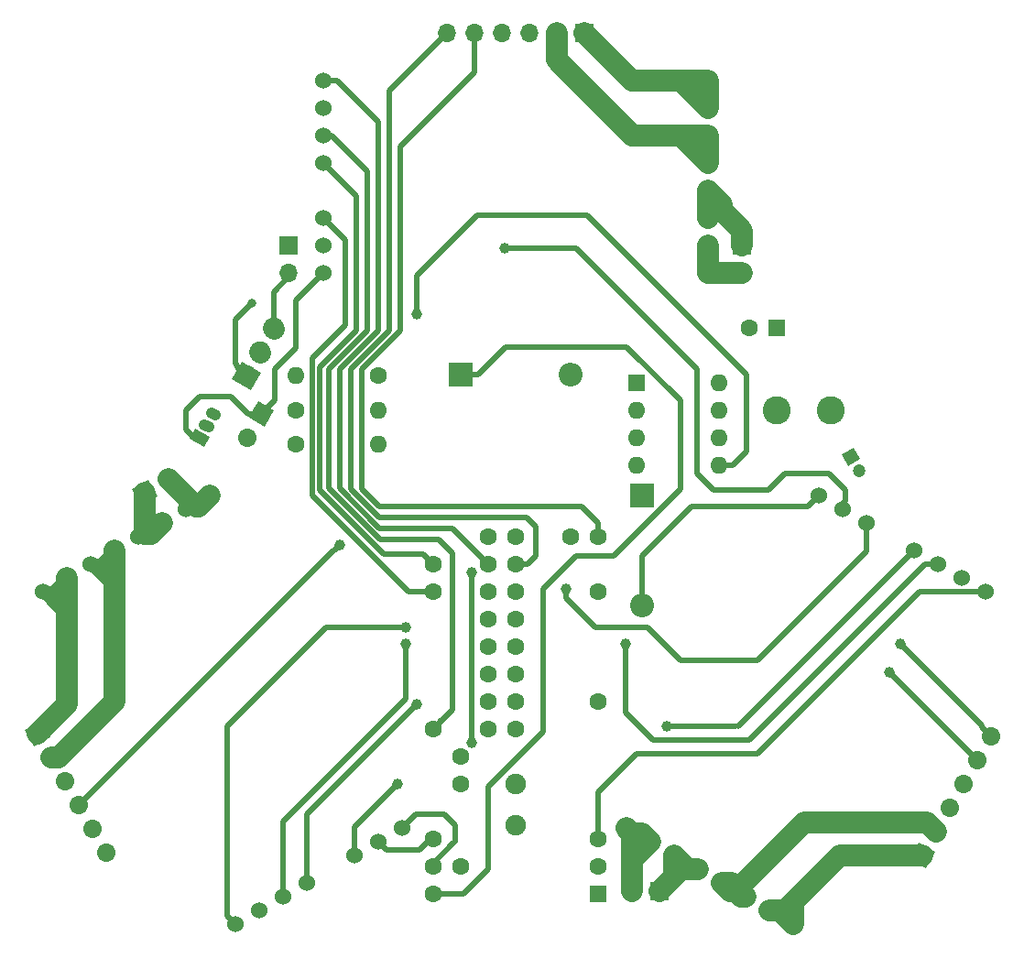
<source format=gtl>
G04 #@! TF.GenerationSoftware,KiCad,Pcbnew,5.0.2-bee76a0~70~ubuntu18.04.1*
G04 #@! TF.CreationDate,2019-01-29T21:25:52+01:00*
G04 #@! TF.ProjectId,Robot Propulsion V2,526f626f-7420-4507-926f-70756c73696f,rev?*
G04 #@! TF.SameCoordinates,Original*
G04 #@! TF.FileFunction,Copper,L1,Top*
G04 #@! TF.FilePolarity,Positive*
%FSLAX46Y46*%
G04 Gerber Fmt 4.6, Leading zero omitted, Abs format (unit mm)*
G04 Created by KiCad (PCBNEW 5.0.2-bee76a0~70~ubuntu18.04.1) date mar. 29 janv. 2019 21:25:52 CET*
%MOMM*%
%LPD*%
G01*
G04 APERTURE LIST*
G04 #@! TA.AperFunction,ComponentPad*
%ADD10C,1.524000*%
G04 #@! TD*
G04 #@! TA.AperFunction,ComponentPad*
%ADD11C,1.600000*%
G04 #@! TD*
G04 #@! TA.AperFunction,ComponentPad*
%ADD12C,1.900000*%
G04 #@! TD*
G04 #@! TA.AperFunction,ComponentPad*
%ADD13R,1.600000X1.600000*%
G04 #@! TD*
G04 #@! TA.AperFunction,ComponentPad*
%ADD14O,2.200000X2.200000*%
G04 #@! TD*
G04 #@! TA.AperFunction,ComponentPad*
%ADD15R,2.200000X2.200000*%
G04 #@! TD*
G04 #@! TA.AperFunction,ComponentPad*
%ADD16C,1.050000*%
G04 #@! TD*
G04 #@! TA.AperFunction,Conductor*
%ADD17C,0.100000*%
G04 #@! TD*
G04 #@! TA.AperFunction,Conductor*
%ADD18C,1.050000*%
G04 #@! TD*
G04 #@! TA.AperFunction,ComponentPad*
%ADD19O,1.600000X1.600000*%
G04 #@! TD*
G04 #@! TA.AperFunction,ComponentPad*
%ADD20C,1.700000*%
G04 #@! TD*
G04 #@! TA.AperFunction,Conductor*
%ADD21C,1.700000*%
G04 #@! TD*
G04 #@! TA.AperFunction,ComponentPad*
%ADD22O,1.700000X1.700000*%
G04 #@! TD*
G04 #@! TA.AperFunction,ComponentPad*
%ADD23R,1.700000X1.700000*%
G04 #@! TD*
G04 #@! TA.AperFunction,ComponentPad*
%ADD24C,1.200000*%
G04 #@! TD*
G04 #@! TA.AperFunction,ComponentPad*
%ADD25C,2.600000*%
G04 #@! TD*
G04 #@! TA.AperFunction,ComponentPad*
%ADD26C,1.905000*%
G04 #@! TD*
G04 #@! TA.AperFunction,Conductor*
%ADD27C,1.905000*%
G04 #@! TD*
G04 #@! TA.AperFunction,ViaPad*
%ADD28C,1.000000*%
G04 #@! TD*
G04 #@! TA.AperFunction,ViaPad*
%ADD29C,0.800000*%
G04 #@! TD*
G04 #@! TA.AperFunction,Conductor*
%ADD30C,0.500000*%
G04 #@! TD*
G04 #@! TA.AperFunction,Conductor*
%ADD31C,2.000000*%
G04 #@! TD*
G04 #@! TA.AperFunction,Conductor*
%ADD32C,1.000000*%
G04 #@! TD*
G04 APERTURE END LIST*
D10*
G04 #@! TO.P,U2,1*
G04 #@! TO.N,/INA_2*
X162476670Y-83563068D03*
G04 #@! TO.P,U2,2*
G04 #@! TO.N,Net-(U2-Pad2)*
X160276966Y-82293068D03*
G04 #@! TO.P,U2,3*
G04 #@! TO.N,/PWM_2*
X158077261Y-81023068D03*
G04 #@! TO.P,U2,4*
G04 #@! TO.N,/CS_2*
X155877557Y-79753068D03*
G04 #@! TO.P,U2,6*
G04 #@! TO.N,/INB_2*
X151478148Y-77213068D03*
G04 #@! TO.P,U2,7*
G04 #@! TO.N,/3V*
X149278443Y-75943068D03*
G04 #@! TO.P,U2,8*
G04 #@! TO.N,GND*
X147078739Y-74673068D03*
G04 #@! TO.P,U2,18*
G04 #@! TO.N,Net-(J6-Pad2)*
X129298739Y-105468932D03*
G04 #@! TO.P,U2,13*
G04 #@! TO.N,Net-(J5-Pad2)*
X140297261Y-111818932D03*
G04 #@! TO.P,U2,14*
X138097557Y-110548932D03*
G04 #@! TO.P,U2,15*
G04 #@! TO.N,Net-(J6-Pad1)*
X135897852Y-109278932D03*
G04 #@! TO.P,U2,16*
X133698148Y-108008932D03*
G04 #@! TO.P,U2,17*
G04 #@! TO.N,Net-(J6-Pad2)*
X131498443Y-106738932D03*
G04 #@! TO.P,U2,12*
G04 #@! TO.N,Net-(J5-Pad1)*
X142496966Y-113088932D03*
G04 #@! TO.P,U2,11*
X144696670Y-114358932D03*
G04 #@! TD*
D11*
G04 #@! TO.P,U5,27*
G04 #@! TO.N,/PWM_3*
X111430000Y-96294000D03*
G04 #@! TO.P,U5,36*
G04 #@! TO.N,/INB_1*
X113970000Y-101374000D03*
D12*
G04 #@! TO.P,U5,52*
G04 #@! TO.N,Net-(U5-Pad52)*
X119050000Y-105184000D03*
X119050000Y-101374000D03*
D11*
G04 #@! TO.P,U5,51*
G04 #@! TO.N,/CS_1*
X116510000Y-96294000D03*
G04 #@! TO.P,U5,50*
G04 #@! TO.N,Net-(U5-Pad50)*
X116510000Y-93754000D03*
G04 #@! TO.P,U5,49*
G04 #@! TO.N,/ENC_B_1*
X116510000Y-91214000D03*
G04 #@! TO.P,U5,48*
G04 #@! TO.N,/PWM_1*
X116510000Y-88674000D03*
G04 #@! TO.P,U5,47*
G04 #@! TO.N,/INA_1*
X116510000Y-86134000D03*
G04 #@! TO.P,U5,46*
G04 #@! TO.N,/ENC_A_1*
X116510000Y-83594000D03*
G04 #@! TO.P,U5,45*
G04 #@! TO.N,/INA_3*
X116510000Y-81054000D03*
G04 #@! TO.P,U5,44*
G04 #@! TO.N,/ENC_B_3*
X119050000Y-81054000D03*
G04 #@! TO.P,U5,43*
G04 #@! TO.N,/INB_2*
X119050000Y-83594000D03*
G04 #@! TO.P,U5,42*
G04 #@! TO.N,/ENC_B_2*
X119050000Y-86134000D03*
G04 #@! TO.P,U5,41*
G04 #@! TO.N,/PWM_2*
X119050000Y-88674000D03*
G04 #@! TO.P,U5,40*
G04 #@! TO.N,/ENC_A_2*
X119050000Y-91214000D03*
G04 #@! TO.P,U5,39*
G04 #@! TO.N,GND*
X119050000Y-93754000D03*
G04 #@! TO.P,U5,38*
G04 #@! TO.N,/CS_2*
X119050000Y-96294000D03*
D13*
G04 #@! TO.P,U5,1*
G04 #@! TO.N,GND*
X126670000Y-111534000D03*
D11*
G04 #@! TO.P,U5,2*
G04 #@! TO.N,Net-(U5-Pad2)*
X126670000Y-108994000D03*
G04 #@! TO.P,U5,3*
G04 #@! TO.N,/INA_2*
X126670000Y-106454000D03*
G04 #@! TO.P,U5,8*
G04 #@! TO.N,Net-(U5-Pad8)*
X126670000Y-93754000D03*
G04 #@! TO.P,U5,37*
G04 #@! TO.N,/CTRL_ALIM*
X113970000Y-98834000D03*
G04 #@! TO.P,U5,34*
G04 #@! TO.N,Net-(U5-Pad34)*
X113970000Y-108994000D03*
G04 #@! TO.P,U5,33*
G04 #@! TO.N,Net-(D2-Pad1)*
X111430000Y-111534000D03*
G04 #@! TO.P,U5,32*
G04 #@! TO.N,GND*
X111430000Y-108994000D03*
G04 #@! TO.P,U5,31*
G04 #@! TO.N,/3V*
X111430000Y-106454000D03*
G04 #@! TO.P,U5,21*
G04 #@! TO.N,/CS_3*
X111430000Y-81054000D03*
G04 #@! TO.P,U5,14*
G04 #@! TO.N,/ENC_A_3*
X126670000Y-78514000D03*
G04 #@! TO.P,U5,15*
G04 #@! TO.N,Net-(U5-Pad15)*
X124130000Y-78514000D03*
G04 #@! TO.P,U5,18*
G04 #@! TO.N,Net-(U5-Pad18)*
X116510000Y-78514000D03*
G04 #@! TO.P,U5,17*
G04 #@! TO.N,GND*
X119050000Y-78514000D03*
G04 #@! TO.P,U5,12*
G04 #@! TO.N,Net-(U5-Pad12)*
X126670000Y-83594000D03*
G04 #@! TO.P,U5,22*
G04 #@! TO.N,/INB_3*
X111430000Y-83594000D03*
G04 #@! TD*
D10*
G04 #@! TO.P,U1,1*
G04 #@! TO.N,/INA_1*
X93149330Y-114358932D03*
G04 #@! TO.P,U1,2*
G04 #@! TO.N,Net-(U1-Pad2)*
X95349034Y-113088932D03*
G04 #@! TO.P,U1,3*
G04 #@! TO.N,/PWM_1*
X97548739Y-111818932D03*
G04 #@! TO.P,U1,4*
G04 #@! TO.N,/CS_1*
X99748443Y-110548932D03*
G04 #@! TO.P,U1,6*
G04 #@! TO.N,/INB_1*
X104147852Y-108008932D03*
G04 #@! TO.P,U1,7*
G04 #@! TO.N,/3V*
X106347557Y-106738932D03*
G04 #@! TO.P,U1,8*
G04 #@! TO.N,GND*
X108547261Y-105468932D03*
G04 #@! TO.P,U1,18*
G04 #@! TO.N,Net-(J4-Pad2)*
X90767261Y-74673068D03*
G04 #@! TO.P,U1,13*
G04 #@! TO.N,Net-(J3-Pad2)*
X79768739Y-81023068D03*
G04 #@! TO.P,U1,14*
X81968443Y-79753068D03*
G04 #@! TO.P,U1,15*
G04 #@! TO.N,Net-(J4-Pad1)*
X84168148Y-78483068D03*
G04 #@! TO.P,U1,16*
X86367852Y-77213068D03*
G04 #@! TO.P,U1,17*
G04 #@! TO.N,Net-(J4-Pad2)*
X88567557Y-75943068D03*
G04 #@! TO.P,U1,12*
G04 #@! TO.N,Net-(J3-Pad1)*
X77569034Y-82293068D03*
G04 #@! TO.P,U1,11*
X75369330Y-83563068D03*
G04 #@! TD*
D14*
G04 #@! TO.P,D1,2*
G04 #@! TO.N,GND*
X130734000Y-84864000D03*
D15*
G04 #@! TO.P,D1,1*
G04 #@! TO.N,Net-(D1-Pad1)*
X130734000Y-74704000D03*
G04 #@! TD*
D16*
G04 #@! TO.P,Q1,1*
G04 #@! TO.N,GND*
X89840000Y-69370000D03*
D17*
G04 #@! TD*
G04 #@! TO.N,GND*
G04 #@! TO.C,Q1*
G36*
X90227019Y-70199663D02*
X88927981Y-69449663D01*
X89452981Y-68540337D01*
X90752019Y-69290337D01*
X90227019Y-70199663D01*
X90227019Y-70199663D01*
G37*
D16*
G04 #@! TO.P,Q1,3*
G04 #@! TO.N,Net-(J1-Pad2)*
X91110000Y-67170295D03*
D18*
G04 #@! TD*
G04 #@! TO.N,Net-(J1-Pad2)*
G04 #@! TO.C,Q1*
X90915144Y-67057795D02*
X91304856Y-67282795D01*
D16*
G04 #@! TO.P,Q1,2*
G04 #@! TO.N,Net-(Q1-Pad2)*
X90475000Y-68270148D03*
D18*
G04 #@! TD*
G04 #@! TO.N,Net-(Q1-Pad2)*
G04 #@! TO.C,Q1*
X90280144Y-68157648D02*
X90669856Y-68382648D01*
D19*
G04 #@! TO.P,U4,8*
G04 #@! TO.N,Net-(U4-Pad8)*
X137846000Y-64290000D03*
G04 #@! TO.P,U4,4*
G04 #@! TO.N,GND*
X130226000Y-71910000D03*
G04 #@! TO.P,U4,7*
G04 #@! TO.N,Net-(D1-Pad1)*
X137846000Y-66830000D03*
G04 #@! TO.P,U4,3*
G04 #@! TO.N,GND*
X130226000Y-69370000D03*
G04 #@! TO.P,U4,6*
G04 #@! TO.N,Net-(U4-Pad6)*
X137846000Y-69370000D03*
G04 #@! TO.P,U4,2*
G04 #@! TO.N,GND*
X130226000Y-66830000D03*
G04 #@! TO.P,U4,5*
G04 #@! TO.N,Net-(C1-Pad1)*
X137846000Y-71910000D03*
D13*
G04 #@! TO.P,U4,1*
G04 #@! TO.N,+5V*
X130226000Y-64290000D03*
G04 #@! TD*
D10*
G04 #@! TO.P,U3,1*
G04 #@! TO.N,/INA_3*
X101270000Y-36350000D03*
G04 #@! TO.P,U3,2*
G04 #@! TO.N,Net-(U3-Pad2)*
X101270000Y-38890000D03*
G04 #@! TO.P,U3,3*
G04 #@! TO.N,/PWM_3*
X101270000Y-41430000D03*
G04 #@! TO.P,U3,4*
G04 #@! TO.N,/CS_3*
X101270000Y-43970000D03*
G04 #@! TO.P,U3,6*
G04 #@! TO.N,/INB_3*
X101270000Y-49050000D03*
G04 #@! TO.P,U3,7*
G04 #@! TO.N,/3V*
X101270000Y-51590000D03*
G04 #@! TO.P,U3,8*
G04 #@! TO.N,GND*
X101270000Y-54130000D03*
G04 #@! TO.P,U3,18*
G04 #@! TO.N,Net-(J8-Pad2)*
X136830000Y-54130000D03*
G04 #@! TO.P,U3,13*
G04 #@! TO.N,Net-(J7-Pad2)*
X136830000Y-41430000D03*
G04 #@! TO.P,U3,14*
X136830000Y-43970000D03*
G04 #@! TO.P,U3,15*
G04 #@! TO.N,Net-(J8-Pad1)*
X136830000Y-46510000D03*
G04 #@! TO.P,U3,16*
X136830000Y-49050000D03*
G04 #@! TO.P,U3,17*
G04 #@! TO.N,Net-(J8-Pad2)*
X136830000Y-51590000D03*
G04 #@! TO.P,U3,12*
G04 #@! TO.N,Net-(J7-Pad1)*
X136830000Y-38890000D03*
G04 #@! TO.P,U3,11*
X136830000Y-36350000D03*
G04 #@! TD*
D20*
G04 #@! TO.P,J3,6*
G04 #@! TO.N,/ENC_B_1*
X81204000Y-107719114D03*
D21*
G04 #@! TD*
G04 #@! TO.N,/ENC_B_1*
G04 #@! TO.C,J3*
X81204000Y-107719114D02*
X81204000Y-107719114D01*
D20*
G04 #@! TO.P,J3,5*
G04 #@! TO.N,/ENC_A_1*
X79934000Y-105519409D03*
D21*
G04 #@! TD*
G04 #@! TO.N,/ENC_A_1*
G04 #@! TO.C,J3*
X79934000Y-105519409D02*
X79934000Y-105519409D01*
D20*
G04 #@! TO.P,J3,4*
G04 #@! TO.N,+5V*
X78664000Y-103319705D03*
D21*
G04 #@! TD*
G04 #@! TO.N,+5V*
G04 #@! TO.C,J3*
X78664000Y-103319705D02*
X78664000Y-103319705D01*
D20*
G04 #@! TO.P,J3,3*
G04 #@! TO.N,GND*
X77394000Y-101120000D03*
D21*
G04 #@! TD*
G04 #@! TO.N,GND*
G04 #@! TO.C,J3*
X77394000Y-101120000D02*
X77394000Y-101120000D01*
D20*
G04 #@! TO.P,J3,2*
G04 #@! TO.N,Net-(J3-Pad2)*
X76124000Y-98920296D03*
D21*
G04 #@! TD*
G04 #@! TO.N,Net-(J3-Pad2)*
G04 #@! TO.C,J3*
X76124000Y-98920296D02*
X76124000Y-98920296D01*
D20*
G04 #@! TO.P,J3,1*
G04 #@! TO.N,Net-(J3-Pad1)*
X74854000Y-96720591D03*
D17*
G04 #@! TD*
G04 #@! TO.N,Net-(J3-Pad1)*
G04 #@! TO.C,J3*
G36*
X74542878Y-97881713D02*
X73692878Y-96409469D01*
X75165122Y-95559469D01*
X76015122Y-97031713D01*
X74542878Y-97881713D01*
X74542878Y-97881713D01*
G37*
D20*
G04 #@! TO.P,J5,6*
G04 #@! TO.N,/ENC_B_2*
X162992000Y-96979477D03*
D21*
G04 #@! TD*
G04 #@! TO.N,/ENC_B_2*
G04 #@! TO.C,J5*
X162992000Y-96979477D02*
X162992000Y-96979477D01*
D20*
G04 #@! TO.P,J5,5*
G04 #@! TO.N,/ENC_A_2*
X161722000Y-99179182D03*
D21*
G04 #@! TD*
G04 #@! TO.N,/ENC_A_2*
G04 #@! TO.C,J5*
X161722000Y-99179182D02*
X161722000Y-99179182D01*
D20*
G04 #@! TO.P,J5,4*
G04 #@! TO.N,+5V*
X160452000Y-101378886D03*
D21*
G04 #@! TD*
G04 #@! TO.N,+5V*
G04 #@! TO.C,J5*
X160452000Y-101378886D02*
X160452000Y-101378886D01*
D20*
G04 #@! TO.P,J5,3*
G04 #@! TO.N,GND*
X159182000Y-103578591D03*
D21*
G04 #@! TD*
G04 #@! TO.N,GND*
G04 #@! TO.C,J5*
X159182000Y-103578591D02*
X159182000Y-103578591D01*
D20*
G04 #@! TO.P,J5,2*
G04 #@! TO.N,Net-(J5-Pad2)*
X157912000Y-105778295D03*
D21*
G04 #@! TD*
G04 #@! TO.N,Net-(J5-Pad2)*
G04 #@! TO.C,J5*
X157912000Y-105778295D02*
X157912000Y-105778295D01*
D20*
G04 #@! TO.P,J5,1*
G04 #@! TO.N,Net-(J5-Pad1)*
X156642000Y-107978000D03*
D17*
G04 #@! TD*
G04 #@! TO.N,Net-(J5-Pad1)*
G04 #@! TO.C,J5*
G36*
X157803122Y-107666878D02*
X156953122Y-109139122D01*
X155480878Y-108289122D01*
X156330878Y-106816878D01*
X157803122Y-107666878D01*
X157803122Y-107666878D01*
G37*
D22*
G04 #@! TO.P,J7,6*
G04 #@! TO.N,/ENC_B_3*
X112700000Y-31968500D03*
G04 #@! TO.P,J7,5*
G04 #@! TO.N,/ENC_A_3*
X115240000Y-31968500D03*
G04 #@! TO.P,J7,4*
G04 #@! TO.N,+5V*
X117780000Y-31968500D03*
G04 #@! TO.P,J7,3*
G04 #@! TO.N,GND*
X120320000Y-31968500D03*
G04 #@! TO.P,J7,2*
G04 #@! TO.N,Net-(J7-Pad2)*
X122860000Y-31968500D03*
D23*
G04 #@! TO.P,J7,1*
G04 #@! TO.N,Net-(J7-Pad1)*
X125400000Y-31968500D03*
G04 #@! TD*
D24*
G04 #@! TO.P,C1,2*
G04 #@! TO.N,GND*
X150788000Y-72447038D03*
G04 #@! TO.P,C1,1*
G04 #@! TO.N,Net-(C1-Pad1)*
X150038000Y-71148000D03*
D17*
G04 #@! TD*
G04 #@! TO.N,Net-(C1-Pad1)*
G04 #@! TO.C,C1*
G36*
X149218385Y-70928385D02*
X150257615Y-70328385D01*
X150857615Y-71367615D01*
X149818385Y-71967615D01*
X149218385Y-70928385D01*
X149218385Y-70928385D01*
G37*
D11*
G04 #@! TO.P,C2,2*
G04 #@! TO.N,GND*
X140680000Y-59210000D03*
D13*
G04 #@! TO.P,C2,1*
G04 #@! TO.N,+5V*
X143180000Y-59210000D03*
G04 #@! TD*
D14*
G04 #@! TO.P,D2,2*
G04 #@! TO.N,+5V*
X124130000Y-63528000D03*
D15*
G04 #@! TO.P,D2,1*
G04 #@! TO.N,Net-(D2-Pad1)*
X113970000Y-63528000D03*
G04 #@! TD*
D25*
G04 #@! TO.P,L1,2*
G04 #@! TO.N,+5V*
X148180000Y-66830000D03*
G04 #@! TO.P,L1,1*
G04 #@! TO.N,Net-(D1-Pad1)*
X143180000Y-66830000D03*
G04 #@! TD*
D19*
G04 #@! TO.P,R1,2*
G04 #@! TO.N,/CTRL_ALIM*
X106350000Y-70005000D03*
D11*
G04 #@! TO.P,R1,1*
G04 #@! TO.N,Net-(Q1-Pad2)*
X98730000Y-70005000D03*
G04 #@! TD*
D19*
G04 #@! TO.P,R3,2*
G04 #@! TO.N,GND*
X106350000Y-66830000D03*
D11*
G04 #@! TO.P,R3,1*
G04 #@! TO.N,Net-(Q1-Pad2)*
X98730000Y-66830000D03*
G04 #@! TD*
D19*
G04 #@! TO.P,R4,2*
G04 #@! TO.N,Net-(J1-Pad2)*
X98730000Y-63655000D03*
D11*
G04 #@! TO.P,R4,1*
G04 #@! TO.N,+BATT*
X106350000Y-63655000D03*
G04 #@! TD*
D26*
G04 #@! TO.P,Q2,3*
G04 #@! TO.N,+BATT*
X96698000Y-59255591D03*
D27*
G04 #@! TD*
G04 #@! TO.N,+BATT*
G04 #@! TO.C,Q2*
X96656864Y-59231841D02*
X96739136Y-59279341D01*
D26*
G04 #@! TO.P,Q2,2*
G04 #@! TO.N,Net-(J1-Pad2)*
X95428000Y-61455295D03*
D27*
G04 #@! TD*
G04 #@! TO.N,Net-(J1-Pad2)*
G04 #@! TO.C,Q2*
X95386864Y-61431545D02*
X95469136Y-61479045D01*
D26*
G04 #@! TO.P,Q2,1*
G04 #@! TO.N,Net-(C1-Pad1)*
X94158000Y-63655000D03*
D17*
G04 #@! TD*
G04 #@! TO.N,Net-(C1-Pad1)*
G04 #@! TO.C,Q2*
G36*
X94547775Y-64979889D02*
X92815725Y-63979889D01*
X93768225Y-62330111D01*
X95500275Y-63330111D01*
X94547775Y-64979889D01*
X94547775Y-64979889D01*
G37*
D20*
G04 #@! TO.P,J1,2*
G04 #@! TO.N,Net-(J1-Pad2)*
X94285000Y-69370000D03*
D21*
G04 #@! TD*
G04 #@! TO.N,Net-(J1-Pad2)*
G04 #@! TO.C,J1*
X94285000Y-69370000D02*
X94285000Y-69370000D01*
D20*
G04 #@! TO.P,J1,1*
G04 #@! TO.N,GND*
X95555000Y-67170295D03*
D17*
G04 #@! TD*
G04 #@! TO.N,GND*
G04 #@! TO.C,J1*
G36*
X94393878Y-67481417D02*
X95243878Y-66009173D01*
X96716122Y-66859173D01*
X95866122Y-68331417D01*
X94393878Y-67481417D01*
X94393878Y-67481417D01*
G37*
D22*
G04 #@! TO.P,J2,2*
G04 #@! TO.N,+BATT*
X98095000Y-54130000D03*
D23*
G04 #@! TO.P,J2,1*
G04 #@! TO.N,GND*
X98095000Y-51590000D03*
G04 #@! TD*
D22*
G04 #@! TO.P,J6,2*
G04 #@! TO.N,Net-(J6-Pad2)*
X129845000Y-111280000D03*
D23*
G04 #@! TO.P,J6,1*
G04 #@! TO.N,Net-(J6-Pad1)*
X132385000Y-111280000D03*
G04 #@! TD*
D22*
G04 #@! TO.P,J8,2*
G04 #@! TO.N,Net-(J8-Pad2)*
X140005000Y-54130000D03*
D23*
G04 #@! TO.P,J8,1*
G04 #@! TO.N,Net-(J8-Pad1)*
X140005000Y-51590000D03*
G04 #@! TD*
D20*
G04 #@! TO.P,J4,2*
G04 #@! TO.N,Net-(J4-Pad2)*
X86959705Y-73180000D03*
D21*
G04 #@! TD*
G04 #@! TO.N,Net-(J4-Pad2)*
G04 #@! TO.C,J4*
X86959705Y-73180000D02*
X86959705Y-73180000D01*
D20*
G04 #@! TO.P,J4,1*
G04 #@! TO.N,Net-(J4-Pad1)*
X84760000Y-74450000D03*
D17*
G04 #@! TD*
G04 #@! TO.N,Net-(J4-Pad1)*
G04 #@! TO.C,J4*
G36*
X85921122Y-74761122D02*
X84448878Y-75611122D01*
X83598878Y-74138878D01*
X85071122Y-73288878D01*
X85921122Y-74761122D01*
X85921122Y-74761122D01*
G37*
D28*
G04 #@! TO.N,Net-(C1-Pad1)*
X109906000Y-57940000D03*
D29*
X94666000Y-56924000D03*
D28*
G04 #@! TO.N,+5V*
X102794000Y-79276000D03*
G04 #@! TO.N,/INA_1*
X108890000Y-86896000D03*
G04 #@! TO.N,/PWM_1*
X108890000Y-88420000D03*
G04 #@! TO.N,/CS_1*
X109906000Y-94008000D03*
G04 #@! TO.N,/INB_1*
X108128000Y-101374000D03*
G04 #@! TO.N,/INB_2*
X123702000Y-83340000D03*
G04 #@! TO.N,/CS_2*
X133020000Y-96040000D03*
G04 #@! TO.N,/PWM_2*
X129210000Y-88420000D03*
G04 #@! TO.N,/CTRL_ALIM*
X114986000Y-81816000D03*
X114986000Y-97564000D03*
G04 #@! TO.N,/ENC_B_2*
X154610000Y-88420000D03*
G04 #@! TO.N,/ENC_A_2*
X153594000Y-91051182D03*
G04 #@! TO.N,/3V*
X118034000Y-51844000D03*
G04 #@! TD*
D30*
G04 #@! TO.N,GND*
X111430000Y-108740000D02*
X113335000Y-106835000D01*
X96825000Y-65900295D02*
X95555000Y-67170295D01*
X94352919Y-67170295D02*
X92742624Y-65560000D01*
X95555000Y-67170295D02*
X94352919Y-67170295D01*
X89332000Y-69370000D02*
X89840000Y-69370000D01*
X92742624Y-65560000D02*
X89840000Y-65560000D01*
X89840000Y-65560000D02*
X88570000Y-66830000D01*
X88570000Y-66830000D02*
X88570000Y-68608000D01*
X88570000Y-68608000D02*
X89332000Y-69370000D01*
X98730000Y-56670000D02*
X98730000Y-61115000D01*
X101270000Y-54130000D02*
X98730000Y-56670000D01*
X98730000Y-61115000D02*
X96825000Y-63020000D01*
X96825000Y-63020000D02*
X96825000Y-65900295D01*
X108547261Y-105468932D02*
X109848193Y-104168000D01*
X109848193Y-104168000D02*
X112446000Y-104168000D01*
X112446000Y-104168000D02*
X113462000Y-105184000D01*
X113462000Y-105184000D02*
X113462000Y-106708000D01*
X130734000Y-80292000D02*
X130734000Y-84864000D01*
X135306000Y-75720000D02*
X130734000Y-80292000D01*
X147078739Y-74673068D02*
X146031807Y-75720000D01*
X146031807Y-75720000D02*
X135306000Y-75720000D01*
G04 #@! TO.N,+BATT*
X98095000Y-54511000D02*
X98095000Y-54130000D01*
X96698000Y-59255591D02*
X96698000Y-55908000D01*
X96698000Y-55908000D02*
X98095000Y-54511000D01*
G04 #@! TO.N,Net-(C1-Pad1)*
X93355240Y-62852240D02*
X93355240Y-62725240D01*
X94158000Y-63655000D02*
X93355240Y-62852240D01*
X93355240Y-62725240D02*
X93142000Y-62512000D01*
X93142000Y-62512000D02*
X93142000Y-58956000D01*
X109906000Y-54384000D02*
X109906000Y-57940000D01*
X137846000Y-71910000D02*
X139116000Y-71910000D01*
X140386000Y-70640000D02*
X140386000Y-63528000D01*
X140386000Y-63528000D02*
X125654000Y-48796000D01*
X115494000Y-48796000D02*
X109906000Y-54384000D01*
X139116000Y-71910000D02*
X140386000Y-70640000D01*
X125654000Y-48796000D02*
X115494000Y-48796000D01*
X94666000Y-56924000D02*
X93142000Y-58448000D01*
X93142000Y-58448000D02*
X93142000Y-58956000D01*
G04 #@! TO.N,+5V*
X102199705Y-79784000D02*
X78664000Y-103319705D01*
X102286000Y-79784000D02*
X102794000Y-79276000D01*
X102199705Y-79784000D02*
X102286000Y-79784000D01*
G04 #@! TO.N,/INA_1*
X92380000Y-113589602D02*
X93149330Y-114358932D01*
X92380000Y-96040000D02*
X92380000Y-113589602D01*
X108890000Y-86896000D02*
X101524000Y-86896000D01*
X101524000Y-86896000D02*
X92380000Y-96040000D01*
G04 #@! TO.N,/PWM_1*
X97548739Y-111818932D02*
X97548739Y-111368739D01*
X97548739Y-111368739D02*
X97460000Y-111280000D01*
X97548739Y-111368739D02*
X97548739Y-104841261D01*
X97548739Y-104841261D02*
X97908453Y-104481547D01*
X97908453Y-104481547D02*
X108890000Y-93500000D01*
X108890000Y-93500000D02*
X108890000Y-88420000D01*
X108890000Y-88420000D02*
X108890000Y-88420000D01*
G04 #@! TO.N,/CS_1*
X99748443Y-105181557D02*
X99748443Y-110548932D01*
X99748443Y-104170443D02*
X99748443Y-105181557D01*
X109906000Y-94008000D02*
X99746000Y-104168000D01*
X99746000Y-104168000D02*
X99748443Y-104170443D01*
G04 #@! TO.N,/INB_1*
X104147852Y-107807852D02*
X104147852Y-108008932D01*
X104147852Y-108008932D02*
X104147852Y-105354148D01*
X104147852Y-105354148D02*
X108128000Y-101374000D01*
X108128000Y-101374000D02*
X108128000Y-101374000D01*
D31*
G04 #@! TO.N,Net-(J4-Pad2)*
X86959705Y-73180000D02*
X89499705Y-75720000D01*
X89720329Y-75720000D02*
X89499705Y-75720000D01*
X90767261Y-74673068D02*
X89720329Y-75720000D01*
G04 #@! TO.N,Net-(J3-Pad2)*
X76124000Y-98920296D02*
X76799704Y-98920296D01*
X81968443Y-93751557D02*
X81968443Y-93500000D01*
X76799704Y-98920296D02*
X81968443Y-93751557D01*
D32*
X80846369Y-81023068D02*
X81069437Y-80800000D01*
X79768739Y-81023068D02*
X80846369Y-81023068D01*
D31*
X81968443Y-79753068D02*
X81968443Y-80800000D01*
D32*
X81069437Y-80800000D02*
X81968443Y-80800000D01*
X81968443Y-83222772D02*
X81968443Y-83340000D01*
X79768739Y-81023068D02*
X81968443Y-83222772D01*
D31*
X81968443Y-80800000D02*
X81968443Y-83340000D01*
X81968443Y-83340000D02*
X81968443Y-93500000D01*
D32*
X80698443Y-81023068D02*
X81968443Y-79753068D01*
X79768739Y-81023068D02*
X80698443Y-81023068D01*
D31*
G04 #@! TO.N,Net-(J4-Pad1)*
X84760000Y-74450000D02*
X84760000Y-78260000D01*
X85320920Y-78260000D02*
X84760000Y-78260000D01*
X86367852Y-77213068D02*
X85320920Y-78260000D01*
G04 #@! TO.N,Net-(J3-Pad1)*
X77569034Y-94005557D02*
X74854000Y-96720591D01*
D32*
X75369330Y-83563068D02*
X77345966Y-83563068D01*
D31*
X77569034Y-82293068D02*
X77569034Y-83340000D01*
D32*
X77345966Y-83563068D02*
X77569034Y-83340000D01*
X76131329Y-84442295D02*
X77569034Y-85880000D01*
X76131329Y-84325067D02*
X76131329Y-84442295D01*
X75369330Y-83563068D02*
X76131329Y-84325067D01*
D31*
X77569034Y-83340000D02*
X77569034Y-85880000D01*
X77569034Y-85880000D02*
X77569034Y-94005557D01*
D32*
X76299034Y-83563068D02*
X77569034Y-82293068D01*
X75369330Y-83563068D02*
X76299034Y-83563068D01*
D31*
G04 #@! TO.N,Net-(J5-Pad1)*
X156642000Y-107978000D02*
X149022000Y-107978000D01*
X149022000Y-107978000D02*
X144696670Y-112303330D01*
X143965602Y-113088932D02*
X144696670Y-113820000D01*
X142496966Y-113088932D02*
X143965602Y-113088932D01*
X144696670Y-112303330D02*
X144696670Y-113820000D01*
X144696670Y-113820000D02*
X144696670Y-114358932D01*
X143911068Y-113088932D02*
X144696670Y-112303330D01*
X142496966Y-113088932D02*
X143911068Y-113088932D01*
X143426670Y-113088932D02*
X144696670Y-114358932D01*
X142496966Y-113088932D02*
X143426670Y-113088932D01*
G04 #@! TO.N,Net-(J6-Pad2)*
X129845000Y-106015193D02*
X129298739Y-105468932D01*
X129883260Y-105976933D02*
X129845000Y-106015193D01*
X130736444Y-105976933D02*
X129883260Y-105976933D01*
X131498443Y-106738932D02*
X130736444Y-105976933D01*
X130449069Y-107500931D02*
X129845000Y-108105000D01*
X130736444Y-107500931D02*
X130449069Y-107500931D01*
X131498443Y-106738932D02*
X130736444Y-107500931D01*
X129845000Y-111280000D02*
X129845000Y-108105000D01*
X129845000Y-108105000D02*
X129845000Y-106015193D01*
X129845000Y-108392375D02*
X129845000Y-111280000D01*
X131498443Y-106738932D02*
X129845000Y-108392375D01*
G04 #@! TO.N,Net-(J6-Pad1)*
X133698148Y-109966852D02*
X132385000Y-111280000D01*
X133698148Y-108008932D02*
X133698148Y-109966852D01*
X134968148Y-109278932D02*
X133698148Y-108008932D01*
X135897852Y-109278932D02*
X134968148Y-109278932D01*
X134386068Y-109278932D02*
X132385000Y-111280000D01*
X135897852Y-109278932D02*
X134386068Y-109278932D01*
G04 #@! TO.N,Net-(J5-Pad2)*
X138859556Y-111310931D02*
X138097557Y-110548932D01*
X139339069Y-111310931D02*
X138859556Y-111310931D01*
X145721704Y-104928296D02*
X139339069Y-111310931D01*
X157062001Y-104928296D02*
X145721704Y-104928296D01*
X157912000Y-105778295D02*
X157062001Y-104928296D01*
X139847070Y-111818932D02*
X139339069Y-111310931D01*
X140297261Y-111818932D02*
X139847070Y-111818932D01*
X139027261Y-110548932D02*
X140297261Y-111818932D01*
X138097557Y-110548932D02*
X139027261Y-110548932D01*
D30*
G04 #@! TO.N,/INB_2*
X151478148Y-77213068D02*
X151478148Y-79867852D01*
X151478148Y-79867852D02*
X141402000Y-89944000D01*
X141402000Y-89944000D02*
X134290000Y-89944000D01*
X134290000Y-89944000D02*
X131242000Y-86896000D01*
X126416000Y-86896000D02*
X125400000Y-85880000D01*
X131242000Y-86896000D02*
X126416000Y-86896000D01*
X123702000Y-84047106D02*
X123702000Y-84182000D01*
X123702000Y-83340000D02*
X123702000Y-84047106D01*
X125400000Y-85880000D02*
X123702000Y-84182000D01*
G04 #@! TO.N,/CS_2*
X155877557Y-79753068D02*
X139590625Y-96040000D01*
X133020000Y-96040000D02*
X139370000Y-96040000D01*
G04 #@! TO.N,/PWM_2*
X158077261Y-81023068D02*
X156926932Y-81023068D01*
X156926932Y-81023068D02*
X140640000Y-97310000D01*
X140640000Y-97310000D02*
X131750000Y-97310000D01*
X131750000Y-97310000D02*
X129210000Y-94770000D01*
X129210000Y-94770000D02*
X129210000Y-88420000D01*
X129210000Y-88420000D02*
X129210000Y-88420000D01*
G04 #@! TO.N,/INA_2*
X126670000Y-102136000D02*
X126670000Y-106454000D01*
X130226000Y-98580000D02*
X126670000Y-102136000D01*
X162476670Y-83563068D02*
X156418932Y-83563068D01*
X156418932Y-83563068D02*
X141402000Y-98580000D01*
X141402000Y-98580000D02*
X130226000Y-98580000D01*
G04 #@! TO.N,/INA_3*
X115710001Y-80254001D02*
X116510000Y-81054000D01*
X115220001Y-79764001D02*
X115710001Y-80254001D01*
X102540000Y-36350000D02*
X106350000Y-40160000D01*
X101270000Y-36350000D02*
X102540000Y-36350000D01*
X106350000Y-40160000D02*
X106350000Y-59464000D01*
X106350000Y-59464000D02*
X106297925Y-59464000D01*
X113208000Y-77752000D02*
X116510000Y-81054000D01*
X106480189Y-77752000D02*
X113208000Y-77752000D01*
X102794000Y-74065811D02*
X106480189Y-77752000D01*
X102794000Y-63020000D02*
X102794000Y-74065811D01*
X106350000Y-59464000D02*
X102794000Y-63020000D01*
G04 #@! TO.N,/PWM_3*
X113208000Y-94516000D02*
X111430000Y-96294000D01*
X112229999Y-95494001D02*
X111430000Y-96294000D01*
X101778000Y-63020000D02*
X101778000Y-71069887D01*
X102032000Y-41430000D02*
X105307962Y-44705962D01*
X105307962Y-44705962D02*
X105307962Y-59464000D01*
X105307962Y-59464000D02*
X104037962Y-60734000D01*
X104037962Y-60734000D02*
X104037962Y-60760038D01*
X101270000Y-41430000D02*
X102032000Y-41430000D01*
X104037962Y-60760038D02*
X101778000Y-63020000D01*
X106506226Y-78768000D02*
X101778000Y-74039774D01*
X109476113Y-78768000D02*
X106506226Y-78768000D01*
X101778000Y-74039774D02*
X101778000Y-71148000D01*
X113208000Y-94516000D02*
X113208000Y-80038000D01*
X109476113Y-78768000D02*
X111938000Y-78768000D01*
X113208000Y-80038000D02*
X111938000Y-78768000D01*
G04 #@! TO.N,/CS_3*
X101270000Y-43970000D02*
X104318000Y-47018000D01*
X104318000Y-47018000D02*
X104318000Y-59464000D01*
X104318000Y-59464000D02*
X101270000Y-62512000D01*
X101270000Y-62512000D02*
X101270000Y-62538037D01*
X101270000Y-62538037D02*
X100954010Y-62854027D01*
X100954010Y-62854027D02*
X100954010Y-71235859D01*
X110630001Y-80254001D02*
X111430000Y-81054000D01*
X110475990Y-80099990D02*
X110630001Y-80254001D01*
X106848254Y-80099990D02*
X110475990Y-80099990D01*
X100954010Y-74205746D02*
X106848254Y-80099990D01*
X100954010Y-71235859D02*
X100954010Y-74205746D01*
G04 #@! TO.N,/INB_3*
X109144000Y-83594000D02*
X111430000Y-83594000D01*
X100254000Y-62004000D02*
X100254000Y-74704000D01*
X103302000Y-58956000D02*
X100254000Y-62004000D01*
X101270000Y-49050000D02*
X103302000Y-51082000D01*
X100254000Y-74704000D02*
X109144000Y-83594000D01*
X103302000Y-51082000D02*
X103302000Y-58956000D01*
D31*
G04 #@! TO.N,Net-(J8-Pad2)*
X136830000Y-51590000D02*
X136830000Y-54130000D01*
X140005000Y-54130000D02*
X136830000Y-54130000D01*
G04 #@! TO.N,Net-(J7-Pad2)*
X122860000Y-31968500D02*
X122860000Y-34445000D01*
X122860000Y-34445000D02*
X129845000Y-41430000D01*
X136830000Y-43970000D02*
X136830000Y-41430000D01*
X136068001Y-43208001D02*
X134290000Y-41430000D01*
X136830000Y-43970000D02*
X136068001Y-43208001D01*
X129845000Y-41430000D02*
X134290000Y-41430000D01*
X134290000Y-41430000D02*
X136830000Y-41430000D01*
G04 #@! TO.N,Net-(J8-Pad1)*
X136830000Y-46510000D02*
X136830000Y-49050000D01*
X140005000Y-51590000D02*
X140005000Y-50240000D01*
X140005000Y-50240000D02*
X138100000Y-48335000D01*
X138100000Y-47780000D02*
X136830000Y-46510000D01*
X138100000Y-48335000D02*
X138100000Y-47780000D01*
G04 #@! TO.N,Net-(J7-Pad1)*
X136830000Y-38890000D02*
X136830000Y-36350000D01*
X129781500Y-36350000D02*
X125400000Y-31968500D01*
X136830000Y-38890000D02*
X134290000Y-36350000D01*
X136830000Y-36350000D02*
X134290000Y-36350000D01*
X134290000Y-36350000D02*
X129781500Y-36350000D01*
D30*
G04 #@! TO.N,/CTRL_ALIM*
X114986000Y-81816000D02*
X114986000Y-97564000D01*
X114986000Y-97564000D02*
X114986000Y-97564000D01*
X114986000Y-97564000D02*
X114986000Y-97564000D01*
G04 #@! TO.N,/ENC_B_2*
X162142001Y-96129478D02*
X162142001Y-95952001D01*
X162992000Y-96979477D02*
X162142001Y-96129478D01*
X162142001Y-95952001D02*
X154610000Y-88420000D01*
X154610000Y-88420000D02*
X154610000Y-88420000D01*
G04 #@! TO.N,/ENC_A_2*
X161722000Y-99179182D02*
X153594000Y-91051182D01*
X153594000Y-91051182D02*
X153594000Y-90960000D01*
G04 #@! TO.N,/ENC_A_3*
X126670000Y-77244000D02*
X126670000Y-78514000D01*
X125146000Y-75720000D02*
X126670000Y-77244000D01*
X106428113Y-75720000D02*
X125146000Y-75720000D01*
X104826000Y-74117887D02*
X106428113Y-75720000D01*
X104826000Y-63020000D02*
X104826000Y-74117887D01*
X115240000Y-35588000D02*
X108355962Y-42472038D01*
X115240000Y-31968500D02*
X115240000Y-35588000D01*
X108355962Y-59464000D02*
X106858000Y-60961962D01*
X108355962Y-42472038D02*
X108355962Y-59464000D01*
X106858000Y-60961962D02*
X106858000Y-60988000D01*
X106858000Y-60988000D02*
X104826000Y-63020000D01*
G04 #@! TO.N,/ENC_B_3*
X107366000Y-59464000D02*
X107366000Y-37302500D01*
X107366000Y-37302500D02*
X112700000Y-31968500D01*
X107366000Y-59464000D02*
X107339963Y-59464000D01*
X103810000Y-74091849D02*
X103810000Y-63020000D01*
X119050000Y-81054000D02*
X120181370Y-81054000D01*
X120181370Y-81054000D02*
X120955000Y-80280370D01*
X120955000Y-80280370D02*
X120955000Y-77625000D01*
X103810000Y-63020000D02*
X107366000Y-59464000D01*
X120066000Y-76736000D02*
X106454151Y-76736000D01*
X120955000Y-77625000D02*
X120066000Y-76736000D01*
X106454151Y-76736000D02*
X103810000Y-74091849D01*
G04 #@! TO.N,Net-(D2-Pad1)*
X116510000Y-109248000D02*
X114224000Y-111534000D01*
X116510000Y-101628000D02*
X116510000Y-109248000D01*
X121590000Y-96548000D02*
X116510000Y-101628000D01*
X124649998Y-80292000D02*
X121590000Y-83351998D01*
X128156002Y-80292000D02*
X124649998Y-80292000D01*
X114224000Y-111534000D02*
X111430000Y-111534000D01*
X121590000Y-83351998D02*
X121590000Y-96548000D01*
X115570000Y-63528000D02*
X118110000Y-60988000D01*
X113970000Y-63528000D02*
X115570000Y-63528000D01*
X134290000Y-65943998D02*
X134290000Y-74158002D01*
X134290000Y-74158002D02*
X128156002Y-80292000D01*
X118110000Y-60988000D02*
X129334002Y-60988000D01*
X129334002Y-60988000D02*
X134290000Y-65943998D01*
G04 #@! TO.N,/3V*
X107109556Y-107500931D02*
X107589069Y-107500931D01*
X106347557Y-106738932D02*
X107109556Y-107500931D01*
X107589069Y-107500931D02*
X107620000Y-107470000D01*
X107620000Y-107470000D02*
X110160000Y-107470000D01*
X110160000Y-107470000D02*
X111176000Y-106454000D01*
X149278443Y-75943068D02*
X149278443Y-75463557D01*
X149278443Y-75463557D02*
X149530000Y-75212000D01*
X149530000Y-75212000D02*
X149530000Y-74196000D01*
X149530000Y-74196000D02*
X148514000Y-73180000D01*
X148514000Y-73180000D02*
X148006000Y-72672000D01*
X148006000Y-72672000D02*
X145974000Y-72672000D01*
X145974000Y-72672000D02*
X143942000Y-72672000D01*
X143942000Y-72672000D02*
X142418000Y-74196000D01*
X142418000Y-74196000D02*
X137338000Y-74196000D01*
X137338000Y-74196000D02*
X136595999Y-73453999D01*
X136595999Y-73453999D02*
X135814000Y-72672000D01*
X135814000Y-72672000D02*
X135814000Y-66478036D01*
X135814000Y-66478036D02*
X135814000Y-63020000D01*
X135814000Y-63020000D02*
X124638000Y-51844000D01*
X124638000Y-51844000D02*
X124638000Y-51844000D01*
X124638000Y-51844000D02*
X118034000Y-51844000D01*
X118034000Y-51844000D02*
X118034000Y-51844000D01*
X118034000Y-51844000D02*
X118034000Y-51844000D01*
G04 #@! TD*
M02*

</source>
